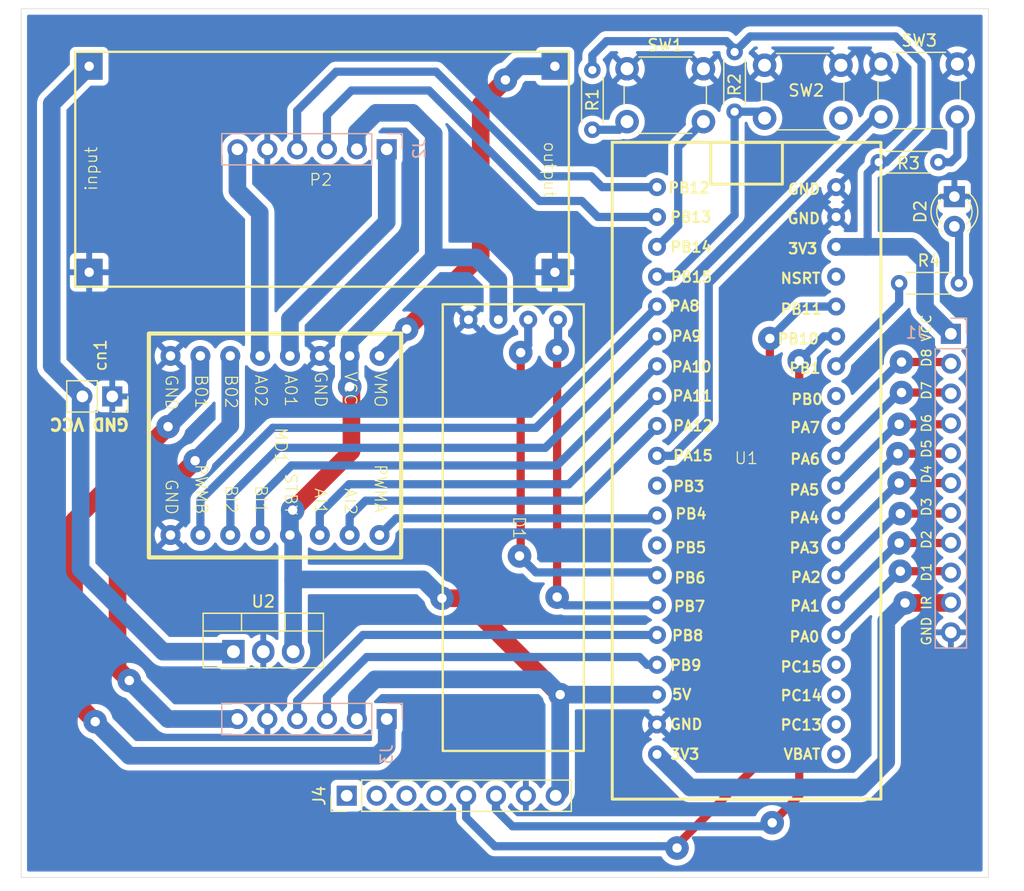
<source format=kicad_pcb>
(kicad_pcb (version 20240108) (generator "pcbnew") (generator_version "8.0")
  (layers (0 "F.Cu" signal) (31 "B.Cu" signal) (34 "B.Paste" user) (35 "F.Paste" user) (36 "B.SilkS" user "B.Silkscreen") (37 "F.SilkS" user "F.Silkscreen") (38 "B.Mask" user) (39 "F.Mask" user) (44 "Edge.Cuts" user))
  (net 0 "")
  (net 3 "GND")
  (net 4 "+5V")
  (net 5 "/EN2B")
  (net 8 "/EN2A")
  (net 9 "+7.5V")
  (net 12 "+6V")
  (net 13 "/EN1B")
  (net 14 "/EN1A")
  (net 15 "/MA1")
  (net 16 "/MA2")
  (net 17 "/MB1")
  (net 18 "/MB2")
  (net 19 "/PWMA")
  (net 20 "/PWMB")
  (net 22 "/D5")
  (net 23 "+3V3")
  (net 24 "/D3")
  (net 25 "/D2")
  (net 26 "/D7")
  (net 27 "/D6")
  (net 28 "/D1")
  (net 29 "/D8")
  (net 30 "/D4")
  (net 31 "/BIN2")
  (net 32 "/AIN2")
  (net 33 "/BIN1")
  (net 34 "/AIN1")
  (net 35 "/SW2")
  (net 36 "/SW3")
  (net 37 "/SW1")
  (net 38 "+3V3D")
  (net 39 "/SDA1")
  (net 40 "/SCL1")
  (net 41 "/SDA2")
  (net 42 "/SCL2")
  (net 47 "/LED")
  (net 49 "Net-(D2-A)")
  (footprint "symbols_footprint:TB6612FNG motor driver" (layer "F.Cu") (at 120.5 81.5 -90)
    (property "Reference" "MD1" (at 0 -0.5 -90) (layer "F.SilkS") (effects (font (thickness 0.1))))
    (property "Value" "~")
    (fp_text user "BI1" (at 3.302 1.778 -90) (layer "F.SilkS") (effects (font (thickness 0.1)) (justify left bottom)))
    (fp_text user "A01" (at -6.096 -0.762 -90) (layer "F.SilkS") (effects (font (thickness 0.1)) (justify left bottom)))
    (fp_text user "AI2" (at 3.556 -5.842 -90) (layer "F.SilkS") (effects (font (thickness 0.1)) (justify left bottom)))
    (fp_text user "A02" (at -6.096 1.778 -90) (layer "F.SilkS") (effects (font (thickness 0.1)) (justify left bottom)))
    (fp_text user "B02" (at -6.096 4.318 -90) (layer "F.SilkS") (effects (font (thickness 0.1)) (justify left bottom)))
    (fp_text user "GND" (at 2.794 9.398 -90) (layer "F.SilkS") (effects (font (thickness 0.1)) (justify left bottom)))
    (fp_text user "GND" (at -6.096 9.398 -90) (layer "F.SilkS") (effects (font (thickness 0.1)) (justify left bottom)))
    (fp_text user "BI2" (at 3.302 4.318 -90) (layer "F.SilkS") (effects (font (thickness 0.1)) (justify left bottom)))
    (fp_text user "PWMA" (at 1.524 -8.382 -90) (layer "F.SilkS") (effects (font (thickness 0.1)) (justify left bottom)))
    (fp_text user "B01" (at -6.096 6.858 -90) (layer "F.SilkS") (effects (font (thickness 0.1)) (justify left bottom)))
    (fp_text user "VCC" (at -6.35 -5.842 -90) (layer "F.SilkS") (effects (font (thickness 0.1)) (justify left bottom)))
    (fp_text user "PWMB" (at 1.524 6.858 -90) (layer "F.SilkS") (effects (font (thickness 0.1)) (justify left bottom)))
    (fp_text user "GND" (at -6.35 -3.302 -90) (layer "F.SilkS") (effects (font (thickness 0.1)) (justify left bottom)))
    (fp_text user "AI1" (at 3.556 -3.302 -90) (layer "F.SilkS") (effects (font (thickness 0.1)) (justify left bottom)))
    (fp_text user "STBY" (at 2.286 -0.762 -90) (layer "F.SilkS") (effects (font (thickness 0.1)) (justify left bottom)))
    (fp_text user "VMO" (at -6.35 -8.382 -90) (layer "F.SilkS") (effects (font (thickness 0.1)) (justify left bottom)))
    (pad "1" thru_hole circle (at -7.62 -8.89 270) (size 1.7 1.7) (drill 0.8) (layers "*.Cu" "*.Mask") (net 12 "+6V"))
    (pad "2" thru_hole circle (at -7.62 -6.35 270) (size 1.7 1.7) (drill 0.8) (layers "*.Cu" "*.Mask") (net 4 "+5V"))
    (pad "3" thru_hole circle (at -7.62 -3.81 270) (size 1.7 1.7) (drill 0.8) (layers "*.Cu" "*.Mask") (net 3 "GND"))
    (pad "4" thru_hole circle (at -7.62 -1.27 270) (size 1.7 1.7) (drill 0.8) (layers "*.Cu" "*.Mask") (net 15 "/MA1"))
    (pad "5" thru_hole circle (at -7.62 1.27 270) (size 1.7 1.7) (drill 0.8) (layers "*.Cu" "*.Mask") (net 16 "/MA2"))
    (pad "6" thru_hole circle (at -7.62 3.81 270) (size 1.7 1.7) (drill 0.8) (layers "*.Cu" "*.Mask") (net 18 "/MB2"))
    (pad "7" thru_hole circle (at -7.62 6.35 270) (size 1.7 1.7) (drill 0.8) (layers "*.Cu" "*.Mask") (net 17 "/MB1"))
    (pad "8" thru_hole circle (at -7.62 8.89 270) (size 1.7 1.7) (drill 0.8) (layers "*.Cu" "*.Mask") (net 3 "GND"))
    (pad "9" thru_hole circle (at 7.62 8.89 270) (size 1.7 1.7) (drill 0.8) (layers "*.Cu" "*.Mask") (net 3 "GND"))
    (pad "10" thru_hole circle (at 7.62 6.35 270) (size 1.7 1.7) (drill 0.8) (layers "*.Cu" "*.Mask") (net 20 "/PWMB"))
    (pad "11" thru_hole circle (at 7.62 3.81 270) (size 1.7 1.7) (drill 0.8) (layers "*.Cu" "*.Mask") (net 31 "/BIN2"))
    (pad "12" thru_hole circle (at 7.62 1.27 270) (size 1.7 1.7) (drill 0.8) (layers "*.Cu" "*.Mask") (net 33 "/BIN1"))
    (pad "13" thru_hole circle (at 7.62 -1.27 270) (size 1.7 1.7) (drill 0.8) (layers "*.Cu" "*.Mask") (net 4 "+5V"))
    (pad "14" thru_hole circle (at 7.62 -3.81 270) (size 1.7 1.7) (drill 0.8) (layers "*.Cu" "*.Mask") (net 34 "/AIN1"))
    (pad "15" thru_hole circle (at 7.62 -6.35 270) (size 1.7 1.7) (drill 0.8) (layers "*.Cu" "*.Mask") (net 32 "/AIN2"))
    (pad "16" thru_hole circle (at 7.62 -8.89 270) (size 1.7 1.7) (drill 0.8) (layers "*.Cu" "*.Mask") (net 19 "/PWMA"))
  )
  (footprint "Button_Switch_THT:SW_PUSH_6mm" (layer "F.Cu") (at 150.45 49.45)
    (property "Reference" "SW1" (at 3.25 -2 0) (layer "F.SilkS"))
    (property "Value" "SW_Push")
    (pad "1" thru_hole circle (at 0 0 90) (size 2 2) (drill 1.1) (layers "*.Cu" "*.Mask") (net 3 "GND"))
    (pad "1" thru_hole circle (at 6.5 0 90) (size 2 2) (drill 1.1) (layers "*.Cu" "*.Mask") (net 3 "GND"))
    (pad "2" thru_hole circle (at 0 4.5 90) (size 2 2) (drill 1.1) (layers "*.Cu" "*.Mask") (net 37 "/SW1"))
    (pad "2" thru_hole circle (at 6.5 4.5 90) (size 2 2) (drill 1.1) (layers "*.Cu" "*.Mask") (net 37 "/SW1"))
  )
  (footprint "Button_Switch_THT:SW_PUSH_6mm" (layer "F.Cu") (at 162.15 49.15)
    (property "Reference" "SW2" (at 3.55 2.15 0) (layer "F.SilkS"))
    (property "Value" "SW_Push")
    (pad "1" thru_hole circle (at 0 0 90) (size 2 2) (drill 1.1) (layers "*.Cu" "*.Mask") (net 3 "GND"))
    (pad "1" thru_hole circle (at 6.5 0 90) (size 2 2) (drill 1.1) (layers "*.Cu" "*.Mask") (net 3 "GND"))
    (pad "2" thru_hole circle (at 0 4.5 90) (size 2 2) (drill 1.1) (layers "*.Cu" "*.Mask") (net 35 "/SW2"))
    (pad "2" thru_hole circle (at 6.5 4.5 90) (size 2 2) (drill 1.1) (layers "*.Cu" "*.Mask") (net 35 "/SW2"))
  )
  (footprint "Resistor_THT:R_Axial_DIN0204_L3.6mm_D1.6mm_P5.08mm_Horizontal" (layer "F.Cu") (at 147.5 54.64 90)
    (property "Reference" "R1" (at 2.54 0 90) (layer "F.SilkS"))
    (property "Value" "R")
    (pad "1" thru_hole circle (at 0 0 90) (size 1.4 1.4) (drill 0.7) (layers "*.Cu" "*.Mask") (net 37 "/SW1"))
    (pad "2" thru_hole oval (at 5.08 0 90) (size 1.4 1.4) (drill 0.7) (layers "*.Cu" "*.Mask") (net 23 "+3V3"))
  )
  (footprint "symbols_footprint:128*32 spi display" (layer "F.Cu") (at 140.77 88.49 -90)
    (property "Reference" "D1" (at 0 -0.5 -90) (layer "F.SilkS") (effects (font (thickness 0.1))))
    (property "Value" "~")
    (pad "1" thru_hole circle (at -17.69 3.81 270) (size 1.524 1.524) (drill 0.762) (layers "*.Cu" "*.Mask") (net 3 "GND"))
    (pad "2" thru_hole circle (at -17.69 1.27 270) (size 1.524 1.524) (drill 0.762) (layers "*.Cu" "*.Mask") (net 4 "+5V"))
    (pad "3" thru_hole circle (at -17.69 -1.27 270) (size 1.524 1.524) (drill 0.762) (layers "*.Cu" "*.Mask") (net 40 "/SCL1"))
    (pad "4" thru_hole circle (at -17.69 -3.81 270) (size 1.524 1.524) (drill 0.762) (layers "*.Cu" "*.Mask") (net 39 "/SDA1"))
  )
  (footprint "Resistor_THT:R_Axial_DIN0204_L3.6mm_D1.6mm_P5.08mm_Horizontal" (layer "F.Cu") (at 173.6 67.7)
    (property "Reference" "R4" (at 2.54 -1.92 0) (layer "F.SilkS"))
    (property "Value" "R")
    (pad "1" thru_hole circle (at 0 0) (size 1.4 1.4) (drill 0.7) (layers "*.Cu" "*.Mask") (net 47 "/LED"))
    (pad "2" thru_hole oval (at 5.08 0) (size 1.4 1.4) (drill 0.7) (layers "*.Cu" "*.Mask") (net 49 "Net-(D2-A)"))
  )
  (footprint "symbols_footprint:bluepill" (layer "F.Cu") (at 153 59.52)
    (property "Reference" "U1" (at 7.5946 23.0632 0) (layer "F.SilkS") (effects (font (thickness 0.1))))
    (property "Value" "~")
    (fp_text user "PA0" (at 11.176 38.780593 0) (layer "F.SilkS") (effects (font (size 0.889 0.889) (thickness 0.1778) (bold yes)) (justify left bottom)))
    (fp_text user "PB7" (at 1.339103 36.191264 0) (layer "F.SilkS") (effects (font (size 0.889 0.889) (thickness 0.1778) (bold yes)) (justify left bottom)))
    (fp_text user "PB5" (at 1.422913 31.201844 0) (layer "F.SilkS") (effects (font (size 0.889 0.889) (thickness 0.1778) (bold yes)) (justify left bottom)))
    (fp_text user "PB9" (at 1.016 41.201927 0) (layer "F.SilkS") (effects (font (size 0.889 0.889) (thickness 0.1778) (bold yes)) (justify left bottom)))
    (fp_text user "PA9" (at 1.161041 13.199221 0) (layer "F.SilkS") (effects (font (size 0.889 0.889) (thickness 0.1778) (bold yes)) (justify left bottom)))
    (fp_text user "PA12" (at 1.27 20.828 0) (layer "F.SilkS") (effects (font (size 0.889 0.889) (thickness 0.1778) (bold yes)) (justify left bottom)))
    (fp_text user "PA6" (at 11.236596 23.661785 0) (layer "F.SilkS") (effects (font (size 0.889 0.889) (thickness 0.1778) (bold yes)) (justify left bottom)))
    (fp_text user "3V3" (at 11.05329 5.760545 0) (layer "F.SilkS") (effects (font (size 0.889 0.889) (thickness 0.1778) (bold yes)) (justify left bottom)))
    (fp_text user "GND" (at 1.016 46.228 0) (layer "F.SilkS") (effects (font (size 0.889 0.889) (thickness 0.1778) (bold yes)) (justify left bottom)))
    (fp_text user "PC14" (at 10.414 43.781711 0) (layer "F.SilkS") (effects (font (size 0.889 0.889) (thickness 0.1778) (bold yes)) (justify left bottom)))
    (fp_text user "PB0" (at 11.322997 18.572991 0) (layer "F.SilkS") (effects (font (size 0.889 0.889) (thickness 0.1778) (bold yes)) (justify left bottom)))
    (fp_text user "VBAT" (at 10.668 48.768 0) (layer "F.SilkS") (effects (font (size 0.889 0.889) (thickness 0.1778) (bold yes)) (justify left bottom)))
    (fp_text user "GND" (at 11.036277 0.690481 0) (layer "F.SilkS") (effects (font (size 0.889 0.889) (thickness 0.1778) (bold yes)) (justify left bottom)))
    (fp_text user "PC13" (at 10.414 46.280674 0) (layer "F.SilkS") (effects (font (size 0.889 0.889) (thickness 0.1778) (bold yes)) (justify left bottom)))
    (fp_text user "PA3" (at 11.175633 31.221189 0) (layer "F.SilkS") (effects (font (size 0.889 0.889) (thickness 0.1778) (bold yes)) (justify left bottom)))
    (fp_text user "PB10" (at 10.16 13.428068 0) (layer "F.SilkS") (effects (font (size 0.889 0.889) (thickness 0.1778) (bold yes)) (justify left bottom)))
    (fp_text user "PB11" (at 10.414 10.904605 0) (layer "F.SilkS") (effects (font (size 0.889 0.889) (thickness 0.1778) (bold yes)) (justify left bottom)))
    (fp_text user "PC15" (at 10.414 41.341547 0) (layer "F.SilkS") (effects (font (size 0.889 0.889) (thickness 0.1778) (bold yes)) (justify left bottom)))
    (fp_text user "PA4" (at 11.175633 28.660746 0) (layer "F.SilkS") (effects (font (size 0.889 0.889) (thickness 0.1778) (bold yes)) (justify left bottom)))
    (fp_text user "PA5" (at 11.175633 26.283192 0) (layer "F.SilkS") (effects (font (size 0.889 0.889) (thickness 0.1778) (bold yes)) (justify left bottom)))
    (fp_text user "PB12" (at 0.8636 0.5842 0) (layer "F.SilkS") (effects (font (size 0.889 0.889) (thickness 0.1778) (bold yes)) (justify left bottom)))
    (fp_text user "PA8" (at 0.9906 10.637423 0) (layer "F.SilkS") (effects (font (size 0.889 0.889) (thickness 0.1778) (bold yes)) (justify left bottom)))
    (fp_text user "GND" (at 11.019263 3.191486 0) (layer "F.SilkS") (effects (font (size 0.889 0.889) (thickness 0.1778) (bold yes)) (justify left bottom)))
    (fp_text user "PB15" (at 1.072795 8.171545 0) (layer "F.SilkS") (effects (font (size 0.889 0.889) (thickness 0.1778) (bold yes)) (justify left bottom)))
    (fp_text user "PB1" (at 11.1515 15.927031 0) (layer "F.SilkS") (effects (font (size 0.889 0.889) (thickness 0.1778) (bold yes)) (justify left bottom)))
    (fp_text user "PA1" (at 11.236596 36.159187 0) (layer "F.SilkS") (effects (font (size 0.889 0.889) (thickness 0.1778) (bold yes)) (justify left bottom)))
    (fp_text user "NSRT" (at 10.414 8.283144 0) (layer "F.SilkS") (effects (font (size 0.889 0.889) (thickness 0.1778) (bold yes)) (justify left bottom)))
    (fp_text user "PA15" (at 1.27 23.368 0) (layer "F.SilkS") (effects (font (size 0.889 0.889) (thickness 0.1778) (bold yes)) (justify left bottom)))
    (fp_text user "5V" (at 1.181286 43.688 0) (layer "F.SilkS") (effects (font (size 0.889 0.889) (thickness 0.1778) (bold yes)) (justify left bottom)))
    (fp_text user "3V3" (at 1.016 48.768 0) (layer "F.SilkS") (effects (font (size 0.889 0.889) (thickness 0.1778) (bold yes)) (justify left bottom)))
    (fp_text user "PB14" (at 1.045397 5.623472 0) (layer "F.SilkS") (effects (font (size 0.889 0.889) (thickness 0.1778) (bold yes)) (justify left bottom)))
    (fp_text user "PB4" (at 1.462367 28.321699 0) (layer "F.SilkS") (effects (font (size 0.889 0.889) (thickness 0.1778) (bold yes)) (justify left bottom)))
    (fp_text user "PB8" (at 1.181286 38.676869 0) (layer "F.SilkS") (effects (font (size 0.889 0.889) (thickness 0.1778) (bold yes)) (justify left bottom)))
    (fp_text user "PB6" (at 1.383459 33.766357 0) (layer "F.SilkS") (effects (font (size 0.889 0.889) (thickness 0.1778) (bold yes)) (justify left bottom)))
    (fp_text user "PA10" (at 1.161041 15.812657 0) (layer "F.SilkS") (effects (font (size 0.889 0.889) (thickness 0.1778) (bold yes)) (justify left bottom)))
    (fp_text user "PA2" (at 11.297558 33.72067 0) (layer "F.SilkS") (effects (font (size 0.889 0.889) (thickness 0.1778) (bold yes)) (justify left bottom)))
    (fp_text user "PB13" (at 1.016 3.0734 0) (layer "F.SilkS") (effects (font (size 0.889 0.889) (thickness 0.1778) (bold yes)) (justify left bottom)))
    (fp_text user "PA7" (at 11.236596 20.979416 0) (layer "F.SilkS") (effects (font (size 0.889 0.889) (thickness 0.1778) (bold yes)) (justify left bottom)))
    (fp_text user "PA11" (at 1.217855 18.288 0) (layer "F.SilkS") (effects (font (size 0.889 0.889) (thickness 0.1778) (bold yes)) (justify left bottom)))
    (fp_text user "PB3" (at 1.274669 25.982331 0) (layer "F.SilkS") (effects (font (size 0.889 0.889) (thickness 0.1778) (bold yes)) (justify left bottom)))
    (pad "1" thru_hole circle (at 0 0) (size 1.524 1.524) (drill 0.762) (layers "*.Cu" "*.Mask") (net 5 "/EN2B"))
    (pad "2" thru_hole circle (at 0 2.54) (size 1.524 1.524) (drill 0.762) (layers "*.Cu" "*.Mask") (net 8 "/EN2A"))
    (pad "3" thru_hole circle (at 0 5.08) (size 1.524 1.524) (drill 0.762) (layers "*.Cu" "*.Mask") (net 37 "/SW1"))
    (pad "4" thru_hole circle (at 0 7.62) (size 1.524 1.524) (drill 0.762) (layers "*.Cu" "*.Mask") (net 35 "/SW2"))
    (pad "5" thru_hole circle (at 0 10.16) (size 1.524 1.524) (drill 0.762) (layers "*.Cu" "*.Mask") (net 20 "/PWMB"))
    (pad "6" thru_hole circle (at 0 12.7) (size 1.524 1.524) (drill 0.762) (layers "*.Cu" "*.Mask") (net 31 "/BIN2"))
    (pad "7" thru_hole circle (at 0 15.24) (size 1.524 1.524) (drill 0.762) (layers "*.Cu" "*.Mask") (net 33 "/BIN1"))
    (pad "8" thru_hole circle (at 0 17.78) (size 1.524 1.524) (drill 0.762) (layers "*.Cu" "*.Mask") (net 34 "/AIN1"))
    (pad "9" thru_hole circle (at 0 20.32) (size 1.524 1.524) (drill 0.762) (layers "*.Cu" "*.Mask") (net 32 "/AIN2"))
    (pad "10" thru_hole circle (at 0 22.86) (size 1.524 1.524) (drill 0.762) (layers "*.Cu" "*.Mask") (net 36 "/SW3"))
    (pad "11" thru_hole circle (at 0 25.4) (size 1.524 1.524) (drill 0.762) (layers "*.Cu" "*.Mask"))
    (pad "12" thru_hole circle (at 0 27.94) (size 1.524 1.524) (drill 0.762) (layers "*.Cu" "*.Mask") (net 19 "/PWMA"))
    (pad "13" thru_hole circle (at 0 30.48) (size 1.524 1.524) (drill 0.762) (layers "*.Cu" "*.Mask"))
    (pad "14" thru_hole circle (at 0 33.02) (size 1.524 1.524) (drill 0.762) (layers "*.Cu" "*.Mask") (net 40 "/SCL1"))
    (pad "15" thru_hole circle (at 0 35.56) (size 1.524 1.524) (drill 0.762) (layers "*.Cu" "*.Mask") (net 39 "/SDA1"))
    (pad "16" thru_hole circle (at 0 38.1) (size 1.524 1.524) (drill 0.762) (layers "*.Cu" "*.Mask") (net 13 "/EN1B"))
    (pad "17" thru_hole circle (at 0 40.64) (size 1.524 1.524) (drill 0.762) (layers "*.Cu" "*.Mask") (net 14 "/EN1A"))
    (pad "18" thru_hole circle (at 0 43.18) (size 1.524 1.524) (drill 0.762) (layers "*.Cu" "*.Mask") (net 4 "+5V"))
    (pad "19" thru_hole circle (at 0 45.72) (size 1.524 1.524) (drill 0.762) (layers "*.Cu" "*.Mask") (net 3 "GND"))
    (pad "20" thru_hole circle (at 0 48.26) (size 1.524 1.524) (drill 0.762) (layers "*.Cu" "*.Mask") (net 38 "+3V3D"))
    (pad "21" thru_hole circle (at 15.24 48.26) (size 1.524 1.524) (drill 0.762) (layers "*.Cu" "*.Mask"))
    (pad "22" thru_hole circle (at 15.24 45.72) (size 1.524 1.524) (drill 0.762) (layers "*.Cu" "*.Mask"))
    (pad "23" thru_hole circle (at 15.24 43.18) (size 1.524 1.524) (drill 0.762) (layers "*.Cu" "*.Mask"))
    (pad "24" thru_hole circle (at 15.24 40.64) (size 1.524 1.524) (drill 0.762) (layers "*.Cu" "*.Mask"))
    (pad "25" thru_hole circle (at 15.24 38.1) (size 1.524 1.524) (drill 0.762) (layers "*.Cu" "*.Mask") (net 28 "/D1"))
    (pad "26" thru_hole circle (at 15.24 35.56) (size 1.524 1.524) (drill 0.762) (layers "*.Cu" "*.Mask") (net 25 "/D2"))
    (pad "27" thru_hole circle (at 15.24 33.02) (size 1.524 1.524) (drill 0.762) (layers "*.Cu" "*.Mask") (net 24 "/D3"))
    (pad "28" thru_hole circle (at 15.24 30.48) (size 1.524 1.524) (drill 0.762) (layers "*.Cu" "*.Mask") (net 30 "/D4"))
    (pad "29" thru_hole circle (at 15.24 27.94) (size 1.524 1.524) (drill 0.762) (layers "*.Cu" "*.Mask") (net 22 "/D5"))
    (pad "30" thru_hole circle (at 15.24 25.4) (size 1.524 1.524) (drill 0.762) (layers "*.Cu" "*.Mask") (net 27 "/D6"))
    (pad "31" thru_hole circle (at 15.24 22.86) (size 1.524 1.524) (drill 0.762) (layers "*.Cu" "*.Mask") (net 26 "/D7"))
    (pad "32" thru_hole circle (at 15.24 20.32) (size 1.524 1.524) (drill 0.762) (layers "*.Cu" "*.Mask") (net 29 "/D8"))
    (pad "33" thru_hole circle (at 15.24 17.78) (size 1.524 1.524) (drill 0.762) (layers "*.Cu" "*.Mask"))
    (pad "34" thru_hole circle (at 15.24 15.24) (size 1.524 1.524) (drill 0.762) (layers "*.Cu" "*.Mask") (net 47 "/LED"))
    (pad "35" thru_hole circle (at 15.24 12.7) (size 1.524 1.524) (drill 0.762) (layers "*.Cu" "*.Mask") (net 42 "/SCL2"))
    (pad "36" thru_hole circle (at 15.24 10.16) (size 1.524 1.524) (drill 0.762) (layers "*.Cu" "*.Mask") (net 41 "/SDA2"))
    (pad "37" thru_hole circle (at 15.24 7.62) (size 1.524 1.524) (drill 0.762) (layers "*.Cu" "*.Mask"))
    (pad "38" thru_hole circle (at 15.24 5.08) (size 1.524 1.524) (drill 0.762) (layers "*.Cu" "*.Mask") (net 23 "+3V3"))
    (pad "39" thru_hole circle (at 15.24 2.54) (size 1.524 1.524) (drill 0.762) (layers "*.Cu" "*.Mask") (net 3 "GND"))
    (pad "40" thru_hole circle (at 15.24 0) (size 1.524 1.524) (drill 0.762) (layers "*.Cu" "*.Mask") (net 3 "GND"))
  )
  (footprint "Button_Switch_THT:SW_PUSH_6mm" (layer "F.Cu") (at 172.05 49.05)
    (property "Reference" "SW3" (at 3.25 -2 0) (layer "F.SilkS"))
    (property "Value" "SW_Push")
    (pad "1" thru_hole circle (at 0 0 90) (size 2 2) (drill 1.1) (layers "*.Cu" "*.Mask") (net 3 "GND"))
    (pad "1" thru_hole circle (at 6.5 0 90) (size 2 2) (drill 1.1) (layers "*.Cu" "*.Mask") (net 3 "GND"))
    (pad "2" thru_hole circle (at 0 4.5 90) (size 2 2) (drill 1.1) (layers "*.Cu" "*.Mask") (net 36 "/SW3"))
    (pad "2" thru_hole circle (at 6.5 4.5 90) (size 2 2) (drill 1.1) (layers "*.Cu" "*.Mask") (net 36 "/SW3"))
  )
  (footprint "Connector_PinSocket_2.54mm:PinSocket_1x02_P2.54mm_Vertical" (layer "F.Cu") (at 106.65 77.325 -90)
    (property "Reference" "cn1" (at -3.5 1 90) (layer "F.SilkS"))
    (property "Value" "~")
    (pad "1" thru_hole rect (at 0 0 270) (size 1.7 1.7) (drill 1) (layers "*.Cu" "*.Mask") (net 3 "GND"))
    (pad "2" thru_hole oval (at 0 2.54 270) (size 1.7 1.7) (drill 1) (layers "*.Cu" "*.Mask") (net 9 "+7.5V"))
  )
  (footprint "Resistor_THT:R_Axial_DIN0204_L3.6mm_D1.6mm_P5.08mm_Horizontal" (layer "F.Cu") (at 159.6 53.105 90)
    (property "Reference" "R2" (at 2.305 0 90) (layer "F.SilkS"))
    (property "Value" "R")
    (pad "1" thru_hole circle (at 0 0 90) (size 1.4 1.4) (drill 0.7) (layers "*.Cu" "*.Mask") (net 35 "/SW2"))
    (pad "2" thru_hole oval (at 5.08 0 90) (size 1.4 1.4) (drill 0.7) (layers "*.Cu" "*.Mask") (net 23 "+3V3"))
  )
  (footprint "LED_THT:LED_D3.0mm" (layer "F.Cu") (at 178.3 60.325 -90)
    (property "Reference" "D2" (at 1.275 2.9 90) (layer "F.SilkS"))
    (property "Value" "LED")
    (pad "1" thru_hole rect (at 0 0 270) (size 1.8 1.8) (drill 0.9) (layers "*.Cu" "*.Mask") (net 3 "GND"))
    (pad "2" thru_hole circle (at 2.54 0 270) (size 1.8 1.8) (drill 0.9) (layers "*.Cu" "*.Mask") (net 49 "Net-(D2-A)"))
  )
  (footprint "Connector_PinHeader_2.54mm:PinHeader_1x08_P2.54mm_Vertical" (layer "F.Cu") (at 126.6 111.3 90)
    (property "Reference" "J4" (at 0 -2.33 90) (layer "F.SilkS"))
    (property "Value" "Conn_01x08_Pin")
    (pad "1" thru_hole rect (at 0 0 90) (size 1.7 1.7) (drill 1) (layers "*.Cu" "*.Mask"))
    (pad "2" thru_hole oval (at 0 2.54 90) (size 1.7 1.7) (drill 1) (layers "*.Cu" "*.Mask"))
    (pad "3" thru_hole oval (at 0 5.08 90) (size 1.7 1.7) (drill 1) (layers "*.Cu" "*.Mask"))
    (pad "4" thru_hole oval (at 0 7.62 90) (size 1.7 1.7) (drill 1) (layers "*.Cu" "*.Mask"))
    (pad "5" thru_hole oval (at 0 10.16 90) (size 1.7 1.7) (drill 1) (layers "*.Cu" "*.Mask") (net 41 "/SDA2"))
    (pad "6" thru_hole oval (at 0 12.7 90) (size 1.7 1.7) (drill 1) (layers "*.Cu" "*.Mask") (net 42 "/SCL2"))
    (pad "7" thru_hole oval (at 0 15.24 90) (size 1.7 1.7) (drill 1) (layers "*.Cu" "*.Mask") (net 3 "GND"))
    (pad "8" thru_hole oval (at 0 17.78 90) (size 1.7 1.7) (drill 1) (layers "*.Cu" "*.Mask") (net 4 "+5V"))
  )
  (footprint "Package_TO_SOT_THT:TO-220-3_Vertical" (layer "F.Cu") (at 116.96 99.045)
    (property "Reference" "U2" (at 2.54 -4.27 0) (layer "F.SilkS"))
    (property "Value" "L7805")
    (pad "1" thru_hole rect (at 0 0) (size 1.905 2) (drill 1.1) (layers "*.Cu" "*.Mask") (net 9 "+7.5V"))
    (pad "2" thru_hole oval (at 2.54 0) (size 1.905 2) (drill 1.1) (layers "*.Cu" "*.Mask") (net 3 "GND"))
    (pad "3" thru_hole oval (at 5.08 0) (size 1.905 2) (drill 1.1) (layers "*.Cu" "*.Mask") (net 4 "+5V"))
  )
  (footprint "symbols_footprint:buck converter" (layer "F.Cu") (at 124.5 58)
    (property "Reference" "P2" (at -0.1 0.9 0) (layer "F.SilkS") (effects (font (thickness 0.1))))
    (property "Value" "~")
    (fp_text user "input" (at -19.05 1.905 90) (layer "F.SilkS") (effects (font (thickness 0.1)) (justify left bottom)))
    (fp_text user "output" (at 18.796 -2.413 -90) (layer "F.SilkS") (effects (font (thickness 0.1)) (justify left bottom)))
    (pad "1" thru_hole rect (at -19.812 -8.763) (size 2.286 2.286) (drill 0.8) (layers "*.Cu" "*.Mask") (net 9 "+7.5V"))
    (pad "2" thru_hole rect (at -19.812 8.763) (size 2.286 2.286) (drill 0.8) (layers "*.Cu" "*.Mask") (net 3 "GND"))
    (pad "3" thru_hole rect (at 19.812 -8.763) (size 2.286 2.286) (drill 0.8) (layers "*.Cu" "*.Mask") (net 12 "+6V"))
    (pad "4" thru_hole rect (at 19.812 8.763) (size 2.286 2.286) (drill 0.8) (layers "*.Cu" "*.Mask") (net 3 "GND"))
  )
  (footprint "Resistor_THT:R_Axial_DIN0204_L3.6mm_D1.6mm_P5.08mm_Horizontal" (layer "F.Cu") (at 176.94 57.4 180)
    (property "Reference" "R3" (at 2.54 -0.1 180) (layer "F.SilkS"))
    (property "Value" "R")
    (pad "1" thru_hole circle (at 0 0 180) (size 1.4 1.4) (drill 0.7) (layers "*.Cu" "*.Mask") (net 36 "/SW3"))
    (pad "2" thru_hole oval (at 5.08 0 180) (size 1.4 1.4) (drill 0.7) (layers "*.Cu" "*.Mask") (net 23 "+3V3"))
  )
  (footprint "Connector_PinSocket_2.54mm:PinSocket_1x06_P2.54mm_Vertical" (layer "B.Cu") (at 130 104.775 90)
    (property "Reference" "J3" (at -3 0 90) (layer "B.SilkS") (effects (justify mirror)))
    (property "Value" "Conn_01x06_Pin")
    (pad "1" thru_hole rect (at 0 0 90) (size 1.7 1.7) (drill 1) (layers "*.Cu" "*.Mask") (net 17 "/MB1"))
    (pad "2" thru_hole oval (at 0 -2.54 90) (size 1.7 1.7) (drill 1) (layers "*.Cu" "*.Mask") (net 4 "+5V"))
    (pad "3" thru_hole oval (at 0 -5.08 90) (size 1.7 1.7) (drill 1) (layers "*.Cu" "*.Mask") (net 14 "/EN1A"))
    (pad "4" thru_hole oval (at 0 -7.62 90) (size 1.7 1.7) (drill 1) (layers "*.Cu" "*.Mask") (net 13 "/EN1B"))
    (pad "5" thru_hole oval (at 0 -10.16 90) (size 1.7 1.7) (drill 1) (layers "*.Cu" "*.Mask") (net 3 "GND"))
    (pad "6" thru_hole oval (at 0 -12.7 90) (size 1.7 1.7) (drill 1) (layers "*.Cu" "*.Mask") (net 18 "/MB2"))
  )
  (footprint "Connector_PinSocket_2.54mm:PinSocket_1x06_P2.54mm_Vertical" (layer "B.Cu") (at 130 56.3 90)
    (property "Reference" "J2" (at 0 2.77 90) (layer "B.SilkS") (effects (justify mirror)))
    (property "Value" "Conn_01x06_Pin")
    (pad "1" thru_hole rect (at 0 0 90) (size 1.7 1.7) (drill 1) (layers "*.Cu" "*.Mask") (net 15 "/MA1"))
    (pad "2" thru_hole oval (at 0 -2.54 90) (size 1.7 1.7) (drill 1) (layers "*.Cu" "*.Mask") (net 4 "+5V"))
    (pad "3" thru_hole oval (at 0 -5.08 90) (size 1.7 1.7) (drill 1) (layers "*.Cu" "*.Mask") (net 8 "/EN2A"))
    (pad "4" thru_hole oval (at 0 -7.62 90) (size 1.7 1.7) (drill 1) (layers "*.Cu" "*.Mask") (net 5 "/EN2B"))
    (pad "5" thru_hole oval (at 0 -10.16 90) (size 1.7 1.7) (drill 1) (layers "*.Cu" "*.Mask") (net 3 "GND"))
    (pad "6" thru_hole oval (at 0 -12.7 90) (size 1.7 1.7) (drill 1) (layers "*.Cu" "*.Mask") (net 16 "/MA2"))
  )
  (footprint "Connector_PinHeader_2.54mm:PinHeader_1x11_P2.54mm_Vertical" (layer "B.Cu") (at 178 72 180)
    (property "Reference" "J1" (at 3 0.1 0) (layer "B.SilkS") (effects (justify mirror)))
    (property "Value" "Conn_01x11_Pin")
    (pad "1" thru_hole rect (at 0 0 180) (size 1.7 1.7) (drill 1) (layers "*.Cu" "*.Mask") (net 23 "+3V3"))
    (pad "2" thru_hole oval (at 0 -2.54 180) (size 1.7 1.7) (drill 1) (layers "*.Cu" "*.Mask") (net 29 "/D8"))
    (pad "3" thru_hole oval (at 0 -5.08 180) (size 1.7 1.7) (drill 1) (layers "*.Cu" "*.Mask") (net 26 "/D7"))
    (pad "4" thru_hole oval (at 0 -7.62 180) (size 1.7 1.7) (drill 1) (layers "*.Cu" "*.Mask") (net 27 "/D6"))
    (pad "5" thru_hole oval (at 0 -10.16 180) (size 1.7 1.7) (drill 1) (layers "*.Cu" "*.Mask") (net 22 "/D5"))
    (pad "6" thru_hole oval (at 0 -12.7 180) (size 1.7 1.7) (drill 1) (layers "*.Cu" "*.Mask") (net 30 "/D4"))
    (pad "7" thru_hole oval (at 0 -15.24 180) (size 1.7 1.7) (drill 1) (layers "*.Cu" "*.Mask") (net 24 "/D3"))
    (pad "8" thru_hole oval (at 0 -17.78 180) (size 1.7 1.7) (drill 1) (layers "*.Cu" "*.Mask") (net 25 "/D2"))
    (pad "9" thru_hole oval (at 0 -20.32 180) (size 1.7 1.7) (drill 1) (layers "*.Cu" "*.Mask") (net 28 "/D1"))
    (pad "10" thru_hole oval (at 0 -22.86 180) (size 1.7 1.7) (drill 1) (layers "*.Cu" "*.Mask") (net 38 "+3V3D"))
    (pad "11" thru_hole oval (at 0 -25.4 180) (size 1.7 1.7) (drill 1) (layers "*.Cu" "*.Mask") (net 3 "GND"))
  )
  (gr_rect (start 98.9 44.35) (end 181.2 118.25) (stroke (width 0.05)) (fill none) (layer "Edge.Cuts"))
  (gr_text "GND IR  D1  D2  D3  D4 D5 D6  D7  D8 VCC" (at 176.4 98.6 90) (layer "F.SilkS") (effects (font (size 0.8 0.8) (thickness 0.125) (bold yes)) (justify left bottom)))
  (gr_text "GND VCC" (at 108.2 79.1 180) (layer "F.SilkS") (effects (font (size 1 1) (thickness 0.25) (bold yes)) (justify left bottom)))
  (segment (start 127 82) (end 122 87) (width 1.5) (layer "F.Cu") (net 4))
  (segment (start 136.5 94.5) (end 134.7 94.5) (width 1.5) (layer "F.Cu") (net 4))
  (segment (start 144.76 102.7) (end 144.7 102.7) (width 1.5) (layer "F.Cu") (net 4))
  (segment (start 144.7 102.7) (end 136.5 94.5) (width 1.5) (layer "F.Cu") (net 4))
  (segment (start 126.85 76.5) (end 127 76.65) (width 1.5) (layer "F.Cu") (net 4))
  (segment (start 127 76.65) (end 127 82) (width 1.5) (layer "F.Cu") (net 4))
  (via (at 126.85 76.5) (size 2) (drill 0.8) (layers "F.Cu" "B.Cu") (net 4))
  (via (at 134.7 94.5) (size 2) (drill 0.8) (layers "F.Cu" "B.Cu") (net 4))
  (via (at 144.76 102.7) (size 2) (drill 0.8) (layers "F.Cu" "B.Cu") (net 4))
  (via (at 122 87) (size 2) (drill 0.8) (layers "F.Cu" "B.Cu") (net 4))
  (segment (start 121.77 89.12) (end 121.77 87.23) (width 1.5) (layer "B.Cu") (net 4))
  (segment (start 129 101.4) (end 127.46 102.94) (width 1.5) (layer "B.Cu") (net 4))
  (segment (start 129.1 53.2) (end 127.46 54.84) (width 1.5) (layer "B.Cu") (net 4))
  (segment (start 144.76 102.7) (end 143.46 101.4) (width 1.5) (layer "B.Cu") (net 4))
  (segment (start 144.76 102.7) (end 144.76 110.92) (width 1.5) (layer "B.Cu") (net 4))
  (segment (start 126.85 76.5) (end 126.85 73.88) (width 1.5) (layer "B.Cu") (net 4))
  (segment (start 132.2 53.2) (end 129.1 53.2) (width 1.5) (layer "B.Cu") (net 4))
  (segment (start 133.1 92.9) (end 134.7 94.5) (width 1.5) (layer "B.Cu") (net 4))
  (segment (start 134 65.5) (end 137.6 65.5) (width 1.5) (layer "B.Cu") (net 4))
  (segment (start 127.46 54.84) (end 127.46 56.3) (width 1.5) (layer "B.Cu") (net 4))
  (segment (start 127.46 102.94) (end 127.46 104.775) (width 1.5) (layer "B.Cu") (net 4))
  (segment (start 122.04 99.045) (end 122.04 89.39) (width 1.5) (layer "B.Cu") (net 4))
  (segment (start 144.76 110.92) (end 144.38 111.3) (width 1.5) (layer "B.Cu") (net 4))
  (segment (start 121.77 87.23) (end 122 87) (width 1.5) (layer "B.Cu") (net 4))
  (segment (start 137.6 65.5) (end 139.5 67.4) (width 1.5) (layer "B.Cu") (net 4))
  (segment (start 139.5 67.4) (end 139.5 70.8) (width 1.5) (layer "B.Cu") (net 4))
  (segment (start 122.04 92.9) (end 133.1 92.9) (width 1.5) (layer "B.Cu") (net 4))
  (segment (start 126.85 72.65) (end 134 65.5) (width 1.5) (layer "B.Cu") (net 4))
  (segment (start 144.76 102.7) (end 153 102.7) (width 1.5) (layer "B.Cu") (net 4))
  (segment (start 122.04 89.39) (end 121.77 89.12) (width 1.5) (layer "B.Cu") (net 4))
  (segment (start 126.85 73.88) (end 126.85 72.65) (width 1.5) (layer "B.Cu") (net 4))
  (segment (start 143.46 101.4) (end 129 101.4) (width 1.5) (layer "B.Cu") (net 4))
  (segment (start 134 55) (end 132.2 53.2) (width 1.5) (layer "B.Cu") (net 4))
  (segment (start 134 65.5) (end 134 55) (width 1.5) (layer "B.Cu") (net 4))
  (segment (start 134.2 49.7) (end 143.1 58.6) (width 0.7) (layer "B.Cu") (net 5))
  (segment (start 122.38 53.02) (end 125.7 49.7) (width 0.7) (layer "B.Cu") (net 5))
  (segment (start 147.4 58.6) (end 148.32 59.52) (width 0.7) (layer "B.Cu") (net 5))
  (segment (start 125.7 49.7) (end 134.2 49.7) (width 0.7) (layer "B.Cu") (net 5))
  (segment (start 122.38 56.3) (end 122.38 53.02) (width 0.7) (layer "B.Cu") (net 5))
  (segment (start 148.32 59.52) (end 153 59.52) (width 0.7) (layer "B.Cu") (net 5))
  (segment (start 143.1 58.6) (end 147.4 58.6) (width 0.7) (layer "B.Cu") (net 5))
  (segment (start 133.6 51.3) (end 143 60.7) (width 0.7) (layer "B.Cu") (net 8))
  (segment (start 146.6 60.7) (end 147.96 62.06) (width 0.7) (layer "B.Cu") (net 8))
  (segment (start 124.92 53.38) (end 127 51.3) (width 0.7) (layer "B.Cu") (net 8))
  (segment (start 147.96 62.06) (end 153 62.06) (width 0.7) (layer "B.Cu") (net 8))
  (segment (start 143 60.7) (end 146.6 60.7) (width 0.7) (layer "B.Cu") (net 8))
  (segment (start 124.92 56.3) (end 124.92 53.38) (width 0.7) (layer "B.Cu") (net 8))
  (segment (start 127 51.3) (end 133.6 51.3) (width 0.7) (layer "B.Cu") (net 8))
  (segment (start 103.96 77.175) (end 101.5 74.715) (width 1.5) (layer "B.Cu") (net 9))
  (segment (start 101.5 74.715) (end 101.5 52.425) (width 1.5) (layer "B.Cu") (net 9))
  (segment (start 110.975 99.045) (end 103.96 92.03) (width 1.5) (layer "B.Cu") (net 9))
  (segment (start 101.5 52.425) (end 104.688 49.237) (width 1.5) (layer "B.Cu") (net 9))
  (segment (start 116.96 99.045) (end 110.975 99.045) (width 1.5) (layer "B.Cu") (net 9))
  (segment (start 103.96 92.03) (end 103.96 77.175) (width 1.5) (layer "B.Cu") (net 9))
  (segment (start 138 65.3) (end 131.7 71.6) (width 1.5) (layer "F.Cu") (net 12))
  (segment (start 138 52.5) (end 138 65.3) (width 1.5) (layer "F.Cu") (net 12))
  (segment (start 140.1 50.4) (end 138 52.5) (width 1.5) (layer "F.Cu") (net 12))
  (via (at 131.7 71.6) (size 2) (drill 0.8) (layers "F.Cu" "B.Cu") (net 12))
  (via (at 140.1 50.4) (size 2) (drill 0.8) (layers "F.Cu" "B.Cu") (net 12))
  (segment (start 144.049 49.5) (end 144.312 49.237) (width 1.5) (layer "B.Cu") (net 12))
  (segment (start 141.263 49.237) (end 144.312 49.237) (width 1.5) (layer "B.Cu") (net 12))
  (segment (start 131.7 71.6) (end 129.42 73.88) (width 1.5) (layer "B.Cu") (net 12))
  (segment (start 129.42 73.88) (end 129.39 73.88) (width 1.5) (layer "B.Cu") (net 12))
  (segment (start 140.1 50.4) (end 141.263 49.237) (width 1.5) (layer "B.Cu") (net 12))
  (segment (start 127.98 97.62) (end 153 97.62) (width 0.7) (layer "B.Cu") (net 13))
  (segment (start 122.38 104.775) (end 122.38 103.22) (width 0.7) (layer "B.Cu") (net 13))
  (segment (start 122.38 103.22) (end 127.98 97.62) (width 0.7) (layer "B.Cu") (net 13))
  (segment (start 124.92 104.775) (end 124.92 102.88) (width 0.7) (layer "B.Cu") (net 14))
  (segment (start 124.92 102.88) (end 128.3 99.5) (width 0.7) (layer "B.Cu") (net 14))
  (segment (start 151.5 99.5) (end 152.16 100.16) (width 0.7) (layer "B.Cu") (net 14))
  (segment (start 152.16 100.16) (end 153 100.16) (width 0.7) (layer "B.Cu") (net 14))
  (segment (start 128.3 99.5) (end 151.5 99.5) (width 0.7) (layer "B.Cu") (net 14))
  (segment (start 121.77 73.88) (end 121.77 70.73) (width 1.5) (layer "B.Cu") (net 15))
  (segment (start 130 62.5) (end 130 56.3) (width 1.5) (layer "B.Cu") (net 15))
  (segment (start 121.77 70.73) (end 130 62.5) (width 1.5) (layer "B.Cu") (net 15))
  (segment (start 119.2 61.7) (end 119.2 73.85) (width 1.5) (layer "B.Cu") (net 16))
  (segment (start 119.2 73.85) (end 119.23 73.88) (width 1.5) (layer "B.Cu") (net 16))
  (segment (start 117.3 56.3) (end 117.3 59.8) (width 1.5) (layer "B.Cu") (net 16))
  (segment (start 117.3 59.8) (end 119.2 61.7) (width 1.5) (layer "B.Cu") (net 16))
  (segment (start 103.4 87.9) (end 103.4 103.2) (width 1.5) (layer "F.Cu") (net 17))
  (segment (start 111.4 79.9) (end 103.4 87.9) (width 1.5) (layer "F.Cu") (net 17))
  (segment (start 103.4 103.2) (end 105.2 105) (width 1.5) (layer "F.Cu") (net 17))
  (via (at 105.2 105) (size 2) (drill 0.8) (layers "F.Cu" "B.Cu") (net 17))
  (via (at 111.4 79.9) (size 2) (drill 0.8) (layers "F.Cu" "B.Cu") (net 17))
  (segment (start 111.4 79.9) (end 114.15 77.15) (width 1.5) (layer "B.Cu") (net 17))
  (segment (start 108.1 107.9) (end 129.2 107.9) (width 1.5) (layer "B.Cu") (net 17))
  (segment (start 130 107.1) (end 130 104.775) (width 1.5) (layer "B.Cu") (net 17))
  (segment (start 129.2 107.9) (end 130 107.1) (width 1.5) (layer "B.Cu") (net 17))
  (segment (start 114.15 77.15) (end 114.15 73.88) (width 1.5) (layer "B.Cu") (net 17))
  (segment (start 105.2 105) (end 108.1 107.9) (width 1.5) (layer "B.Cu") (net 17))
  (segment (start 107.1 89.4) (end 113.7 82.8) (width 1.5) (layer "F.Cu") (net 18))
  (segment (start 107.1 100.5) (end 107.1 89.4) (width 1.5) (layer "F.Cu") (net 18))
  (segment (start 108.1 101.5) (end 107.1 100.5) (width 1.5) (layer "F.Cu") (net 18))
  (via (at 108.1 101.5) (size 2) (drill 0.8) (layers "F.Cu" "B.Cu") (net 18))
  (via (at 113.7 82.8) (size 2) (drill 0.8) (layers "F.Cu" "B.Cu") (net 18))
  (segment (start 108.1 101.5) (end 111.375 104.775) (width 1.5) (layer "B.Cu") (net 18))
  (segment (start 113.7 82.8) (end 116.69 79.81) (width 1.5) (layer "B.Cu") (net 18))
  (segment (start 111.375 104.775) (end 117.3 104.775) (width 1.5) (layer "B.Cu") (net 18))
  (segment (start 116.69 79.81) (end 116.69 73.88) (width 1.5) (layer "B.Cu") (net 18))
  (segment (start 152.76 87.7) (end 153 87.46) (width 0.7) (layer "B.Cu") (net 19))
  (segment (start 130.81 87.7) (end 152.76 87.7) (width 0.7) (layer "B.Cu") (net 19))
  (segment (start 129.39 89.12) (end 130.81 87.7) (width 0.7) (layer "B.Cu") (net 19))
  (segment (start 142.7 80) (end 153 69.7) (width 0.7) (layer "B.Cu") (net 20))
  (segment (start 114.15 86.15) (end 120.3 80) (width 0.7) (layer "B.Cu") (net 20))
  (segment (start 114.15 89.12) (end 114.15 86.15) (width 0.7) (layer "B.Cu") (net 20))
  (segment (start 153 69.7) (end 153 69.68) (width 0.7) (layer "B.Cu") (net 20))
  (segment (start 120.3 80) (end 142.7 80) (width 0.7) (layer "B.Cu") (net 20))
  (segment (start 177.86 82.3) (end 178 82.16) (width 0.7) (layer "F.Cu") (net 22))
  (segment (start 177.96 82.2) (end 178 82.16) (width 0.7) (layer "F.Cu") (net 22))
  (segment (start 173.5 82.2) (end 177.96 82.2) (width 0.7) (layer "F.Cu") (net 22))
  (via (at 173.5 82.2) (size 2) (drill 0.8) (layers "F.Cu" "B.Cu") (net 22))
  (segment (start 173.54 82.16) (end 173.5 82.2) (width 0.7) (layer "B.Cu") (net 22))
  (segment (start 168.24 87.46) (end 173.54 82.16) (width 0.7) (layer "B.Cu") (net 22))
  (segment (start 158.9 47.1) (end 148.7 47.1) (width 0.7) (layer "B.Cu") (net 23))
  (segment (start 147.5 48.3) (end 147.5 49.56) (width 0.7) (layer "B.Cu") (net 23))
  (segment (start 171.86 57.4) (end 170.92 58.34) (width 0.7) (layer "B.Cu") (net 23))
  (segment (start 170.92 64.48) (end 170.8 64.6) (width 0.7) (layer "B.Cu") (net 23))
  (segment (start 174.6 64.6) (end 175.8 65.8) (width 1.5) (layer "B.Cu") (net 23))
  (segment (start 148.7 47.1) (end 147.5 48.3) (width 0.7) (layer "B.Cu") (net 23))
  (segment (start 175.5 48.9) (end 175.5 54.4) (width 0.7) (layer "B.Cu") (net 23))
  (segment (start 168.24 64.6) (end 170.8 64.6) (width 1.5) (layer "B.Cu") (net 23))
  (segment (start 172.5 57.4) (end 171.86 57.4) (width 0.7) (layer "B.Cu") (net 23))
  (segment (start 173.3 46.7) (end 175.5 48.9) (width 0.7) (layer "B.Cu") (net 23))
  (segment (start 159.6 47.8) (end 158.9 47.1) (width 0.7) (layer "B.Cu") (net 23))
  (segment (start 175.8 65.8) (end 175.8 69.8) (width 1.5) (layer "B.Cu") (net 23))
  (segment (start 160.925 46.7) (end 173.3 46.7) (width 0.7) (layer "B.Cu") (net 23))
  (segment (start 147.41 49.35) (end 147.4 49.36) (width 0.7) (layer "B.Cu") (net 23))
  (segment (start 170.8 64.6) (end 174.6 64.6) (width 1.5) (layer "B.Cu") (net 23))
  (segment (start 170.92 58.34) (end 170.92 64.48) (width 0.7) (layer "B.Cu") (net 23))
  (segment (start 175.5 54.4) (end 172.5 57.4) (width 0.7) (layer "B.Cu") (net 23))
  (segment (start 159.6 48.025) (end 160.925 46.7) (width 0.7) (layer "B.Cu") (net 23))
  (segment (start 175.8 69.8) (end 178 72) (width 1.5) (layer "B.Cu") (net 23))
  (segment (start 173.7 87.3) (end 177.94 87.3) (width 0.7) (layer "F.Cu") (net 24))
  (segment (start 177.94 87.3) (end 178 87.24) (width 0.7) (layer "F.Cu") (net 24))
  (via (at 173.7 87.3) (size 2) (drill 0.8) (layers "F.Cu" "B.Cu") (net 24))
  (segment (start 173.64 87.24) (end 173.7 87.3) (width 0.7) (layer "B.Cu") (net 24))
  (segment (start 173.54 87.24) (end 173.64 87.24) (width 0.7) (layer "B.Cu") (net 24))
  (segment (start 168.24 92.54) (end 173.54 87.24) (width 0.7) (layer "B.Cu") (net 24))
  (segment (start 177.82 89.6) (end 178 89.78) (width 0.7) (layer "F.Cu") (net 25))
  (segment (start 173.6 89.8) (end 177.98 89.8) (width 0.7) (layer "F.Cu") (net 25))
  (segment (start 177.98 89.8) (end 178 89.78) (width 0.7) (layer "F.Cu") (net 25))
  (via (at 173.6 89.8) (size 2) (drill 0.8) (layers "F.Cu" "B.Cu") (net 25))
  (segment (start 173.58 89.78) (end 173.6 89.8) (width 0.7) (layer "B.Cu") (net 25))
  (segment (start 173.54 89.78) (end 173.58 89.78) (width 0.7) (layer "B.Cu") (net 25))
  (segment (start 173.54 89.78) (end 168.24 95.08) (width 0.7) (layer "B.Cu") (net 25))
  (segment (start 177.92 77) (end 178 77.08) (width 0.7) (layer "F.Cu") (net 26))
  (segment (start 173.8 77) (end 177.92 77) (width 0.7) (layer "F.Cu") (net 26))
  (via (at 173.8 77) (size 2) (drill 0.8) (layers "F.Cu" "B.Cu") (net 26))
  (segment (start 168.24 82.38) (end 173.54 77.08) (width 0.7) (layer "B.Cu") (net 26))
  (segment (start 173.72 77.08) (end 173.8 77) (width 0.7) (layer "B.Cu") (net 26))
  (segment (start 173.54 77.08) (end 173.72 77.08) (width 0.7) (layer "B.Cu") (net 26))
  (segment (start 173.6 79.7) (end 177.92 79.7) (width 0.7) (layer "F.Cu") (net 27))
  (segment (start 177.92 79.7) (end 178 79.62) (width 0.7) (layer "F.Cu") (net 27))
  (via (at 173.6 79.7) (size 2) (drill 0.8) (layers "F.Cu" "B.Cu") (net 27))
  (segment (start 173.54 79.64) (end 173.6 79.7) (width 0.7) (layer "B.Cu") (net 27))
  (segment (start 173.54 79.62) (end 173.54 79.64) (width 0.7) (layer "B.Cu") (net 27))
  (segment (start 168.24 84.92) (end 173.54 79.62) (width 0.7) (layer "B.Cu") (net 27))
  (segment (start 177.88 92.2) (end 178 92.32) (width 0.7) (layer "F.Cu") (net 28))
  (segment (start 173.7 92.2) (end 177.88 92.2) (width 0.7) (layer "F.Cu") (net 28))
  (segment (start 177.78 92.1) (end 178 92.32) (width 0.7) (layer "F.Cu") (net 28))
  (via (at 173.7 92.2) (size 2) (drill 0.8) (layers "F.Cu" "B.Cu") (net 28))
  (segment (start 173.58 92.32) (end 173.7 92.2) (width 0.7) (layer "B.Cu") (net 28))
  (segment (start 168.24 97.62) (end 173.54 92.32) (width 0.7) (layer "B.Cu") (net 28))
  (segment (start 173.54 92.32) (end 173.58 92.32) (width 0.7) (layer "B.Cu") (net 28))
  (segment (start 173.8 74.4) (end 177.86 74.4) (width 0.7) (layer "F.Cu") (net 29))
  (segment (start 177.86 74.4) (end 178 74.54) (width 0.7) (layer "F.Cu") (net 29))
  (via (at 173.8 74.4) (size 2) (drill 0.8) (layers "F.Cu" "B.Cu") (net 29))
  (segment (start 173.54 74.54) (end 173.66 74.54) (width 0.7) (layer "B.Cu") (net 29))
  (segment (start 168.24 79.84) (end 173.54 74.54) (width 0.7) (layer "B.Cu") (net 29))
  (segment (start 173.66 74.54) (end 173.8 74.4) (width 0.7) (layer "B.Cu") (net 29))
  (segment (start 173.6 84.7) (end 178 84.7) (width 0.7) (layer "F.Cu") (net 30))
  (via (at 173.6 84.7) (size 2) (drill 0.8) (layers "F.Cu" "B.Cu") (net 30))
  (segment (start 173.54 84.7) (end 173.6 84.7) (width 0.7) (layer "B.Cu") (net 30))
  (segment (start 168.24 90) (end 173.54 84.7) (width 0.7) (layer "B.Cu") (net 30))
  (segment (start 116.7 85.8) (end 120.8 81.7) (width 0.7) (layer "B.Cu") (net 31))
  (segment (start 143.5 81.7) (end 152.98 72.22) (width 0.7) (layer "B.Cu") (net 31))
  (segment (start 152.98 72.22) (end 153 72.22) (width 0.7) (layer "B.Cu") (net 31))
  (segment (start 116.7 89.11) (end 116.7 85.8) (width 0.7) (layer "B.Cu") (net 31))
  (segment (start 116.69 89.12) (end 116.7 89.11) (width 0.7) (layer "B.Cu") (net 31))
  (segment (start 120.8 81.7) (end 143.5 81.7) (width 0.7) (layer "B.Cu") (net 31))
  (segment (start 146.7 86.2) (end 153 79.9) (width 0.7) (layer "B.Cu") (net 32))
  (segment (start 128.2 86.2) (end 146.7 86.2) (width 0.7) (layer "B.Cu") (net 32))
  (segment (start 126.85 87.55) (end 128.2 86.2) (width 0.7) (layer "B.Cu") (net 32))
  (segment (start 126.85 89.12) (end 126.85 87.55) (width 0.7) (layer "B.Cu") (net 32))
  (segment (start 153 79.9) (end 153 79.84) (width 0.7) (layer "B.Cu") (net 32))
  (segment (start 152.94 74.76) (end 153 74.76) (width 0.7) (layer "B.Cu") (net 33))
  (segment (start 119.23 89.12) (end 119.23 85.87) (width 0.7) (layer "B.Cu") (net 33))
  (segment (start 121.9 83.2) (end 144.5 83.2) (width 0.7) (layer "B.Cu") (net 33))
  (segment (start 144.5 83.2) (end 152.94 74.76) (width 0.7) (layer "B.Cu") (net 33))
  (segment (start 119.23 85.87) (end 121.9 83.2) (width 0.7) (layer "B.Cu") (net 33))
  (segment (start 124.31 87.29) (end 126.8 84.8) (width 0.7) (layer "B.Cu") (net 34))
  (segment (start 124.31 89.12) (end 124.31 87.29) (width 0.7) (layer "B.Cu") (net 34))
  (segment (start 145.5 84.8) (end 153 77.3) (width 0.7) (layer "B.Cu") (net 34))
  (segment (start 126.8 84.8) (end 145.5 84.8) (width 0.7) (layer "B.Cu") (net 34))
  (segment (start 159.6 61.9) (end 159.6 53.105) (width 0.7) (layer "B.Cu") (net 35))
  (segment (start 154.36 67.14) (end 159.6 61.9) (width 0.7) (layer "B.Cu") (net 35))
  (segment (start 153 67.14) (end 154.36 67.14) (width 0.7) (layer "B.Cu") (net 35))
  (segment (start 159.6 53.105) (end 161.605 53.105) (width 0.7) (layer "B.Cu") (net 35))
  (segment (start 161.605 53.105) (end 162.15 53.65) (width 0.7) (layer "B.Cu") (net 35))
  (segment (start 171.55 53.55) (end 157.4 67.7) (width 0.7) (layer "B.Cu") (net 36))
  (segment (start 172.05 53.55) (end 171.55 53.55) (width 0.7) (layer "B.Cu") (net 36))
  (segment (start 154.32 82.38) (end 153 82.38) (width 0.7) (layer "B.Cu") (net 36))
  (segment (start 178.55 56.85) (end 178.55 53.55) (width 0.7) (layer "B.Cu") (net 36))
  (segment (start 176.94 57.4) (end 178 57.4) (width 0.7) (layer "B.Cu") (net 36))
  (segment (start 178 57.4) (end 178.55 56.85) (width 0.7) (layer "B.Cu") (net 36))
  (segment (start 157.4 67.7) (end 157.4 79.3) (width 0.7) (layer "B.Cu") (net 36))
  (segment (start 157.4 79.3) (end 154.32 82.38) (width 0.7) (layer "B.Cu") (net 36))
  (segment (start 147.5 54.64) (end 149.76 54.64) (width 0.7) (layer "B.Cu") (net 37))
  (segment (start 156.95 53.95) (end 154.8 56.1) (width 0.7) (layer "B.Cu") (net 37))
  (segment (start 149.76 54.64) (end 150.45 53.95) (width 0.7) (layer "B.Cu") (net 37))
  (segment (start 154.8 62.8) (end 153 64.6) (width 0.7) (layer "B.Cu") (net 37))
  (segment (start 154.8 56.1) (end 154.8 62.8) (width 0.7) (layer "B.Cu") (net 37))
  (segment (start 174.1 94.9) (end 177.96 94.9) (width 1.5) (layer "F.Cu") (net 38))
  (segment (start 177.96 94.9) (end 178 94.86) (width 1.5) (layer "F.Cu") (net 38))
  (via (at 174.1 94.9) (size 2) (drill 0.8) (layers "F.Cu" "B.Cu") (net 38))
  (segment (start 174.097919 94.897919) (end 174.1 94.9) (width 1.5) (layer "B.Cu") (net 38))
  (segment (start 170.3 110.6) (end 155.82 110.6) (width 1.5) (layer "B.Cu") (net 38))
  (segment (start 174.097919 94.86) (end 172.5 96.457919) (width 1.5) (layer "B.Cu") (net 38))
  (segment (start 174.097919 94.86) (end 174.097919 94.897919) (width 1.5) (layer "B.Cu") (net 38))
  (segment (start 155.82 110.6) (end 153 107.78) (width 1.5) (layer "B.Cu") (net 38))
  (segment (start 172.5 96.457919) (end 172.5 108.4) (width 1.5) (layer "B.Cu") (net 38))
  (segment (start 172.5 108.4) (end 170.3 110.6) (width 1.5) (layer "B.Cu") (net 38))
  (segment (start 144.5 94.4) (end 144.5 73.4) (width 0.7) (layer "F.Cu") (net 39))
  (via (at 144.5 73.4) (size 2) (drill 0.8) (layers "F.Cu" "B.Cu") (net 39))
  (via (at 144.5 94.4) (size 2) (drill 0.8) (layers "F.Cu" "B.Cu") (net 39))
  (segment (start 144.58 70.8) (end 144.58 73.32) (width 0.7) (layer "B.Cu") (net 39))
  (segment (start 144.58 73.32) (end 144.5 73.4) (width 0.7) (layer "B.Cu") (net 39))
  (segment (start 144.5 94.4) (end 145.2 95.1) (width 0.7) (layer "B.Cu") (net 39))
  (segment (start 152.98 95.1) (end 153 95.08) (width 0.7) (layer "B.Cu") (net 39))
  (segment (start 145.2 95.1) (end 152.98 95.1) (width 0.7) (layer "B.Cu") (net 39))
  (segment (start 141.4 73.6) (end 141.4 90.8) (width 0.7) (layer "F.Cu") (net 40))
  (segment (start 141.4 90.8) (end 141.3 90.9) (width 0.7) (layer "F.Cu") (net 40))
  (via (at 141.4 73.6) (size 2) (drill 0.8) (layers "F.Cu" "B.Cu") (net 40))
  (via (at 141.3 90.9) (size 2) (drill 0.8) (layers "F.Cu" "B.Cu") (net 40))
  (segment (start 141.3 90.9) (end 142.7 92.3) (width 0.7) (layer "B.Cu") (net 40))
  (segment (start 142.04 70.8) (end 142.04 72.96) (width 0.7) (layer "B.Cu") (net 40))
  (segment (start 142.7 92.3) (end 152.76 92.3) (width 0.7) (layer "B.Cu") (net 40))
  (segment (start 142.04 72.96) (end 141.4 73.6) (width 0.7) (layer "B.Cu") (net 40))
  (segment (start 152.76 92.3) (end 153 92.54) (width 0.7) (layer "B.Cu") (net 40))
  (segment (start 162.6 107.6) (end 162.6 72.4) (width 0.7) (layer "F.Cu") (net 41))
  (segment (start 154.7 115.75) (end 154.7 115.5) (width 0.7) (layer "F.Cu") (net 41))
  (segment (start 154.7 115.5) (end 162.6 107.6) (width 0.7) (layer "F.Cu") (net 41))
  (via (at 154.7 115.75) (size 2) (drill 0.8) (layers "F.Cu" "B.Cu") (net 41))
  (via (at 162.6 72.4) (size 2) (drill 0.8) (layers "F.Cu" "B.Cu") (net 41))
  (segment (start 165.32 69.68) (end 168.24 69.68) (width 0.7) (layer "B.Cu") (net 41))
  (segment (start 162.6 72.4) (end 165.32 69.68) (width 0.7) (layer "B.Cu") (net 41))
  (segment (start 136.76 113.16) (end 136.76 111.3) (width 0.7) (layer "B.Cu") (net 41))
  (segment (start 154.55 115.6) (end 139.2 115.6) (width 0.7) (layer "B.Cu") (net 41))
  (segment (start 139.2 115.6) (end 136.76 113.16) (width 0.7) (layer "B.Cu") (net 41))
  (segment (start 154.7 115.75) (end 154.55 115.6) (width 0.7) (layer "B.Cu") (net 41))
  (segment (start 165.1 111.3) (end 165.1 74.3) (width 0.7) (layer "F.Cu") (net 42))
  (segment (start 162.8 113.6) (end 165.1 111.3) (width 0.7) (layer "F.Cu") (net 42))
  (via (at 165.1 74.3) (size 2) (drill 0.8) (layers "F.Cu" "B.Cu") (net 42))
  (via (at 162.8 113.6) (size 2) (drill 0.8) (layers "F.Cu" "B.Cu") (net 42))
  (segment (start 165.1 74.3) (end 167.18 72.22) (width 0.7) (layer "B.Cu") (net 42))
  (segment (start 162.5 113.9) (end 140.7 113.9) (width 0.7) (layer "B.Cu") (net 42))
  (segment (start 139.3 112.5) (end 139.3 111.3) (width 0.7) (layer "B.Cu") (net 42))
  (segment (start 140.7 113.9) (end 139.3 112.5) (width 0.7) (layer "B.Cu") (net 42))
  (segment (start 162.8 113.6) (end 162.5 113.9) (width 0.7) (layer "B.Cu") (net 42))
  (segment (start 167.18 72.22) (end 168.24 72.22) (width 0.7) (layer "B.Cu") (net 42))
  (segment (start 168.24 74.76) (end 173.6 69.4) (width 0.7) (layer "B.Cu") (net 47))
  (segment (start 173.6 69.4) (end 173.6 67.7) (width 0.7) (layer "B.Cu") (net 47))
  (segment (start 178.7 63.265) (end 178.7 67.68) (width 0.7) (layer "B.Cu") (net 49))
  (segment (start 178.3 62.865) (end 178.7 63.265) (width 0.7) (layer "B.Cu") (net 49))
  (segment (start 178.7 67.68) (end 178.68 67.7) (width 0.7) (layer "B.Cu") (net 49))
  (zone (net 3) (net_name "GND") (layer "B.Cu") (connect_pads (clearance 0.5)) (min_thickness 0.25) (fill yes (thermal_gap 0.5) (thermal_bridge_width 0.5))
    (polygon (pts (xy 98.3 43.9) (xy 182.5 43.6) (xy 183.2 119.4) (xy 97.1 119.2)))
  )
)
</source>
